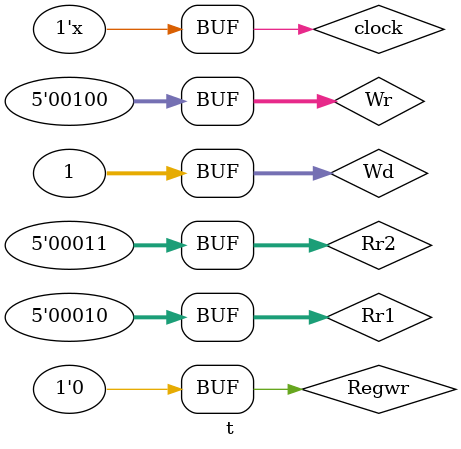
<source format=v>
`include "RF.v"
module t;
    reg clock,Regwr;
    wire[31:0] Wd=32'h01;
    wire[4:0] Rr1=5'h02,Rr2=5'h03,Wr=5'h04;
    wire[31:0]Rd1,Rd2;

    initial begin
        $dumpfile("RF_test.vcd");  // vcd name   
        $dumpvars(0,t); // testbench module name
        clock =0;
        Regwr = 0;
    end
    always # 50 clock = ~clock;
    RF rf(.wd(Wd),.rr1(Rr1),.rr2(Rr2),.wr(Wr),.rd1(Rd1),.rd2(Rd2),.clk(clock),.regwr(Regwr));
endmodule
</source>
